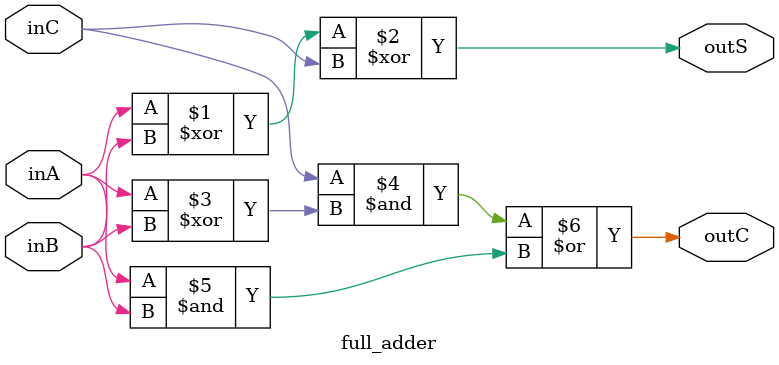
<source format=v>
`timescale 1ns / 1ps

module full_adder(inA, inB, inC, outS, outC);

input inA, inB, inC;
output outS, outC;

assign outS=inA^inB^inC;
assign outC=inC&(inA^inB)|(inA&inB);

endmodule

</source>
